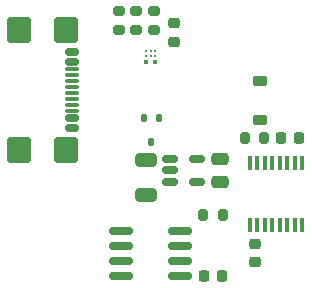
<source format=gbr>
%TF.GenerationSoftware,KiCad,Pcbnew,8.0.7*%
%TF.CreationDate,2024-12-28T17:49:01+01:00*%
%TF.ProjectId,usb-c-power-meter,7573622d-632d-4706-9f77-65722d6d6574,rev?*%
%TF.SameCoordinates,Original*%
%TF.FileFunction,Paste,Top*%
%TF.FilePolarity,Positive*%
%FSLAX46Y46*%
G04 Gerber Fmt 4.6, Leading zero omitted, Abs format (unit mm)*
G04 Created by KiCad (PCBNEW 8.0.7) date 2024-12-28 17:49:01*
%MOMM*%
%LPD*%
G01*
G04 APERTURE LIST*
G04 Aperture macros list*
%AMRoundRect*
0 Rectangle with rounded corners*
0 $1 Rounding radius*
0 $2 $3 $4 $5 $6 $7 $8 $9 X,Y pos of 4 corners*
0 Add a 4 corners polygon primitive as box body*
4,1,4,$2,$3,$4,$5,$6,$7,$8,$9,$2,$3,0*
0 Add four circle primitives for the rounded corners*
1,1,$1+$1,$2,$3*
1,1,$1+$1,$4,$5*
1,1,$1+$1,$6,$7*
1,1,$1+$1,$8,$9*
0 Add four rect primitives between the rounded corners*
20,1,$1+$1,$2,$3,$4,$5,0*
20,1,$1+$1,$4,$5,$6,$7,0*
20,1,$1+$1,$6,$7,$8,$9,0*
20,1,$1+$1,$8,$9,$2,$3,0*%
G04 Aperture macros list end*
%ADD10RoundRect,0.225000X0.225000X0.250000X-0.225000X0.250000X-0.225000X-0.250000X0.225000X-0.250000X0*%
%ADD11RoundRect,0.150000X0.825000X0.150000X-0.825000X0.150000X-0.825000X-0.150000X0.825000X-0.150000X0*%
%ADD12RoundRect,0.150000X-0.512500X-0.150000X0.512500X-0.150000X0.512500X0.150000X-0.512500X0.150000X0*%
%ADD13RoundRect,0.225000X0.250000X-0.225000X0.250000X0.225000X-0.250000X0.225000X-0.250000X-0.225000X0*%
%ADD14RoundRect,0.200000X0.200000X0.275000X-0.200000X0.275000X-0.200000X-0.275000X0.200000X-0.275000X0*%
%ADD15RoundRect,0.200000X0.275000X-0.200000X0.275000X0.200000X-0.275000X0.200000X-0.275000X-0.200000X0*%
%ADD16RoundRect,0.050000X0.100000X0.152000X-0.100000X0.152000X-0.100000X-0.152000X0.100000X-0.152000X0*%
%ADD17RoundRect,0.050000X0.050000X0.050000X-0.050000X0.050000X-0.050000X-0.050000X0.050000X-0.050000X0*%
%ADD18RoundRect,0.250000X-0.475000X0.250000X-0.475000X-0.250000X0.475000X-0.250000X0.475000X0.250000X0*%
%ADD19RoundRect,0.250000X-0.650000X0.325000X-0.650000X-0.325000X0.650000X-0.325000X0.650000X0.325000X0*%
%ADD20RoundRect,0.225000X0.375000X-0.225000X0.375000X0.225000X-0.375000X0.225000X-0.375000X-0.225000X0*%
%ADD21RoundRect,0.150000X-0.425000X0.150000X-0.425000X-0.150000X0.425000X-0.150000X0.425000X0.150000X0*%
%ADD22RoundRect,0.075000X-0.500000X0.075000X-0.500000X-0.075000X0.500000X-0.075000X0.500000X0.075000X0*%
%ADD23RoundRect,0.250000X-0.750000X0.840000X-0.750000X-0.840000X0.750000X-0.840000X0.750000X0.840000X0*%
%ADD24RoundRect,0.112500X0.112500X0.237500X-0.112500X0.237500X-0.112500X-0.237500X0.112500X-0.237500X0*%
%ADD25R,0.400000X1.200000*%
G04 APERTURE END LIST*
D10*
%TO.C,C6*%
X160250000Y-123100000D03*
X158700000Y-123100000D03*
%TD*%
D11*
%TO.C,U4*%
X156675000Y-123105000D03*
X156675000Y-121835000D03*
X156675000Y-120565000D03*
X156675000Y-119295000D03*
X151725000Y-119295000D03*
X151725000Y-120565000D03*
X151725000Y-121835000D03*
X151725000Y-123105000D03*
%TD*%
D12*
%TO.C,U2*%
X155862500Y-113250000D03*
X155862500Y-114200000D03*
X155862500Y-115150000D03*
X158137500Y-115150000D03*
X158137500Y-113250000D03*
%TD*%
D13*
%TO.C,C1*%
X156200000Y-103300000D03*
X156200000Y-101750000D03*
%TD*%
D10*
%TO.C,C4*%
X166769000Y-111440000D03*
X165219000Y-111440000D03*
%TD*%
D14*
%TO.C,R8*%
X163821000Y-111440000D03*
X162171000Y-111440000D03*
%TD*%
D15*
%TO.C,R7*%
X151500000Y-102350000D03*
X151500000Y-100700000D03*
%TD*%
D14*
%TO.C,R9*%
X160290400Y-117942400D03*
X158640400Y-117942400D03*
%TD*%
D16*
%TO.C,U3*%
X154587000Y-105000000D03*
X153813000Y-105000000D03*
D17*
X154600000Y-104498000D03*
X154200000Y-104498000D03*
X153800000Y-104498000D03*
X154600000Y-104098000D03*
X154200000Y-104098000D03*
X153800000Y-104098000D03*
%TD*%
D18*
%TO.C,C5*%
X160062800Y-113268800D03*
X160062800Y-115168800D03*
%TD*%
D19*
%TO.C,C3*%
X153789000Y-113345000D03*
X153789000Y-116295000D03*
%TD*%
D15*
%TO.C,R5*%
X154500000Y-102350000D03*
X154500000Y-100700000D03*
%TD*%
D20*
%TO.C,D3*%
X163441000Y-109916000D03*
X163441000Y-106616000D03*
%TD*%
D21*
%TO.C,J1*%
X147580000Y-104200000D03*
X147580000Y-105000000D03*
D22*
X147580000Y-106150000D03*
X147580000Y-107150000D03*
X147580000Y-107650000D03*
X147580000Y-108650000D03*
D21*
X147580000Y-109800000D03*
X147580000Y-110600000D03*
X147580000Y-110600000D03*
X147580000Y-109800000D03*
D22*
X147580000Y-109150000D03*
X147580000Y-108150000D03*
X147580000Y-106650000D03*
X147580000Y-105650000D03*
D21*
X147580000Y-105000000D03*
X147580000Y-104200000D03*
D23*
X147005000Y-102290000D03*
X143075000Y-102290000D03*
X147005000Y-112510000D03*
X143075000Y-112510000D03*
%TD*%
D24*
%TO.C,D2*%
X154900000Y-109800000D03*
X153600000Y-109800000D03*
X154250000Y-111800000D03*
%TD*%
D13*
%TO.C,C2*%
X163000000Y-121950000D03*
X163000000Y-120400000D03*
%TD*%
D15*
%TO.C,R6*%
X153000000Y-102350000D03*
X153000000Y-100700000D03*
%TD*%
D25*
%TO.C,U1*%
X162595000Y-118800000D03*
X163230000Y-118800000D03*
X163865000Y-118800000D03*
X164500000Y-118800000D03*
X165135000Y-118800000D03*
X165770000Y-118800000D03*
X166405000Y-118800000D03*
X167040000Y-118800000D03*
X167040000Y-113600000D03*
X166405000Y-113600000D03*
X165770000Y-113600000D03*
X165135000Y-113600000D03*
X164500000Y-113600000D03*
X163865000Y-113600000D03*
X163230000Y-113600000D03*
X162595000Y-113600000D03*
%TD*%
M02*

</source>
